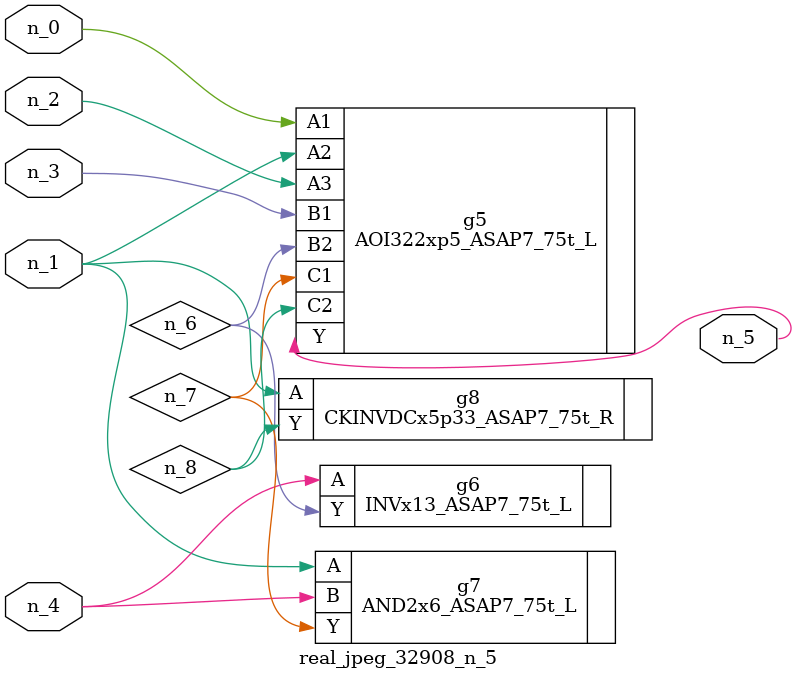
<source format=v>
module real_jpeg_32908_n_5 (n_4, n_0, n_1, n_2, n_3, n_5);

input n_4;
input n_0;
input n_1;
input n_2;
input n_3;

output n_5;

wire n_8;
wire n_6;
wire n_7;

AOI322xp5_ASAP7_75t_L g5 ( 
.A1(n_0),
.A2(n_1),
.A3(n_2),
.B1(n_3),
.B2(n_6),
.C1(n_7),
.C2(n_8),
.Y(n_5)
);

AND2x6_ASAP7_75t_L g7 ( 
.A(n_1),
.B(n_4),
.Y(n_7)
);

CKINVDCx5p33_ASAP7_75t_R g8 ( 
.A(n_1),
.Y(n_8)
);

INVx13_ASAP7_75t_L g6 ( 
.A(n_4),
.Y(n_6)
);


endmodule
</source>
